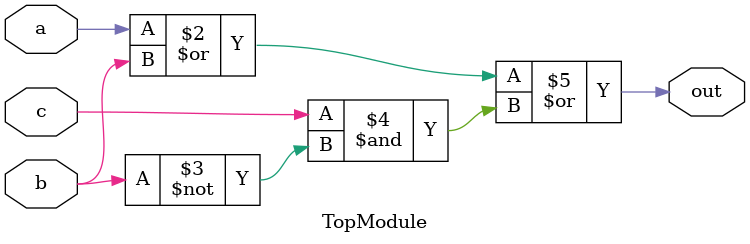
<source format=sv>
module TopModule(
    input logic a,
    input logic b,
    input logic c,
    output logic out
);
    always @(*) begin
        out = a | b | (c & ~b);
    end
endmodule
</source>
